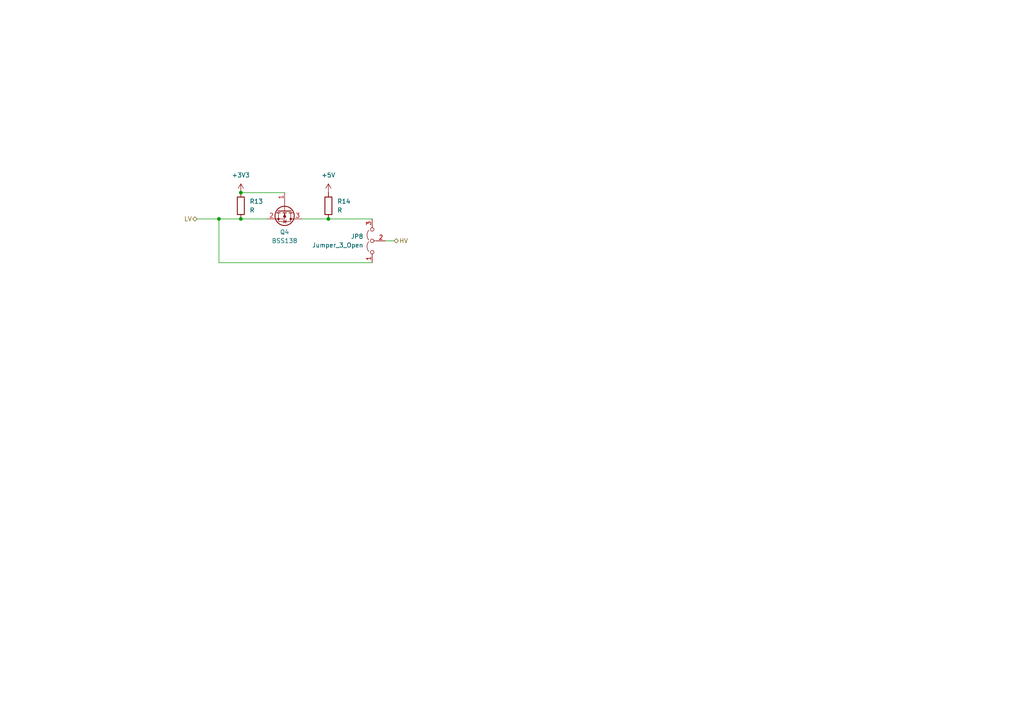
<source format=kicad_sch>
(kicad_sch (version 20231120) (generator "eeschema") (generator_version "8.0")
  (paper "A4")
  (lib_symbols
    (symbol "Device:R" (pin_numbers hide) (pin_names (offset 0))
      (property "Reference" "R" (at 2.032 0 90))
      (property "Value" "R" (at 0 0 90))
      (symbol "R_0_1"
        (rectangle (start -1.016 -2.54) (end 1.016 2.54) (stroke (width 0.254)))
      )
      (symbol "R_1_1"
        (pin passive line (at 0 3.81 270) (length 1.27) (name "~") (number "1"))
        (pin passive line (at 0 -3.81 90) (length 1.27) (name "~") (number "2"))
      )
    )
    (symbol "Jumper:Jumper_3_Open" (pin_names (offset 0) hide) (exclude_from_sim yes) (in_bom no)
      (property "Reference" "JP" (at -2.54 -2.54 0))
      (property "Value" "Jumper_3_Open" (at 0 2.794 0))
      (symbol "Jumper_3_Open_0_0"
        (circle (center -3.302 0) (radius 0.508))
        (circle (center 0 0) (radius 0.508))
        (circle (center 3.302 0) (radius 0.508))
      )
      (symbol "Jumper_3_Open_0_1"
        (arc (start -0.254 1.016) (mid -1.651 1.4992) (end -3.048 1.016))
        (polyline (pts (xy 0 -0.508) (xy 0 -1.27)))
        (arc (start 3.048 1.016) (mid 1.651 1.4992) (end 0.254 1.016))
      )
      (symbol "Jumper_3_Open_1_1"
        (pin passive line (at -6.35 0 0) (length 2.54) (name "A") (number "1"))
        (pin passive line (at 0 -3.81 90) (length 2.54) (name "C") (number "2"))
        (pin passive line (at 6.35 0 180) (length 2.54) (name "B") (number "3"))
      )
    )
    (symbol "Transistor_FET:BSS138" (pin_names hide)
      (property "Reference" "Q" (at 5.08 1.905 0))
      (property "Value" "BSS138" (at 5.08 0 0))
      (symbol "BSS138_0_1"
        (polyline (pts (xy 0.254 0) (xy -2.54 0)))
        (polyline (pts (xy 0.254 1.905) (xy 0.254 -1.905)) (stroke (width 0.254)))
        (polyline (pts (xy 0.762 -1.27) (xy 0.762 -2.286)) (stroke (width 0.254)))
        (polyline (pts (xy 0.762 0.508) (xy 0.762 -0.508)) (stroke (width 0.254)))
        (polyline (pts (xy 0.762 2.286) (xy 0.762 1.27)) (stroke (width 0.254)))
        (polyline (pts (xy 2.54 2.54) (xy 2.54 1.778)))
        (polyline (pts (xy 2.54 -2.54) (xy 2.54 0) (xy 0.762 0)))
        (polyline (pts (xy 0.762 -1.778) (xy 3.302 -1.778) (xy 3.302 1.778) (xy 0.762 1.778)))
        (polyline (pts (xy 1.016 0) (xy 2.032 0.381) (xy 2.032 -0.381) (xy 1.016 0)) (fill (type outline)))
        (polyline (pts (xy 2.794 0.508) (xy 2.921 0.381) (xy 3.683 0.381) (xy 3.81 0.254)))
        (polyline (pts (xy 3.302 0.381) (xy 2.921 -0.254) (xy 3.683 -0.254) (xy 3.302 0.381)))
        (circle (center 1.651 0) (radius 2.794) (stroke (width 0.254)))
        (circle (center 2.54 -1.778) (radius 0.254) (fill (type outline)))
        (circle (center 2.54 1.778) (radius 0.254) (fill (type outline)))
      )
      (symbol "BSS138_1_1"
        (pin input line (at -5.08 0 0) (length 2.54) (name "G") (number "1"))
        (pin passive line (at 2.54 -5.08 90) (length 2.54) (name "S") (number "2"))
        (pin passive line (at 2.54 5.08 270) (length 2.54) (name "D") (number "3"))
      )
    )
    (symbol "power:+3V3" (power) (pin_numbers hide) (pin_names (offset 0) hide)
      (property "Value" "+3V3" (at 0 3.556 0))
      (symbol "+3V3_0_1"
        (polyline (pts (xy -0.762 1.27) (xy 0 2.54)))
        (polyline (pts (xy 0 0) (xy 0 2.54)))
        (polyline (pts (xy 0 2.54) (xy 0.762 1.27)))
      )
      (symbol "+3V3_1_1"
        (pin power_in line (at 0 0 90) (length 0) (name "~") (number "1"))
      )
    )
    (symbol "power:+5V" (power) (pin_numbers hide) (pin_names (offset 0) hide)
      (property "Value" "+5V" (at 0 3.556 0))
      (symbol "+5V_0_1"
        (polyline (pts (xy -0.762 1.27) (xy 0 2.54)))
        (polyline (pts (xy 0 0) (xy 0 2.54)))
        (polyline (pts (xy 0 2.54) (xy 0.762 1.27)))
      )
      (symbol "+5V_1_1"
        (pin power_in line (at 0 0 90) (length 0) (name "~") (number "1"))
      )
    )
  )
  (junction (at 69.85 63.5))
  (junction (at 95.25 63.5))
  (junction (at 69.85 55.88))
  (junction (at 63.5 63.5))
  (wire (pts (xy 95.25 63.5) (xy 107.95 63.5)))
  (wire (pts (xy 107.95 76.2) (xy 63.5 76.2)))
  (wire (pts (xy 57.15 63.5) (xy 63.5 63.5)))
  (wire (pts (xy 69.85 63.5) (xy 77.47 63.5)))
  (wire (pts (xy 69.85 55.88) (xy 82.55 55.88)))
  (wire (pts (xy 114.3 69.85) (xy 111.76 69.85)))
  (wire (pts (xy 63.5 63.5) (xy 69.85 63.5)))
  (wire (pts (xy 87.63 63.5) (xy 95.25 63.5)))
  (wire (pts (xy 63.5 76.2) (xy 63.5 63.5)))
  (hierarchical_label "HV" (shape bidirectional) (at 114.3 69.85 0))
  (hierarchical_label "LV" (shape bidirectional) (at 57.15 63.5 180))
  (symbol (lib_id "Device:R") (at 95.25 59.69 0) (unit 1)
    (property "Reference" "R12" (at 97.79 58.4199 0) (effects (justify left)))
    (property "Value" "R" (at 97.79 60.9599 0) (effects (justify left)))
    (property "Description" "Resistor" (effects (hide yes)))
    (instances (project "pico-plc" (path "" (reference "R14") (unit 1)) (path "" (reference "R12") (unit 1)) (path "" (reference "R16") (unit 1))))
  )
  (symbol (lib_id "Device:R") (at 69.85 59.69 0) (unit 1)
    (property "Reference" "R11" (at 72.39 58.4199 0) (effects (justify left)))
    (property "Value" "R" (at 72.39 60.9599 0) (effects (justify left)))
    (property "Description" "Resistor" (effects (hide yes)))
    (instances (project "pico-plc" (path "" (reference "R13") (unit 1)) (path "" (reference "R11") (unit 1)) (path "" (reference "R15") (unit 1))))
  )
  (symbol (lib_id "power:+5V") (at 95.25 55.88 0) (unit 1)
    (property "Reference" "#PWR053" (effects (hide yes)))
    (property "Value" "+5V" (at 95.25 50.8 0))
    (property "Description" "Power symbol creates a global label with name \"+5V\"" (effects (hide yes)))
    (instances (project "pico-plc" (path "" (reference "#PWR055") (unit 1)) (path "" (reference "#PWR053") (unit 1)) (path "" (reference "#PWR057") (unit 1))))
  )
  (symbol (lib_id "Transistor_FET:BSS138") (at 82.55 60.96 270) (unit 1)
    (property "Reference" "Q3" (at 82.55 67.31 90))
    (property "Value" "BSS138" (at 82.55 69.85 90))
    (property "Footprint" "Package_TO_SOT_SMD:SOT-23" (effects (hide yes)))
    (property "Datasheet" "https://www.onsemi.com/pub/Collateral/BSS138-D.PDF" (effects (hide yes)))
    (property "Description" "50V Vds, 0.22A Id, N-Channel MOSFET, SOT-23" (effects (hide yes)))
    (instances (project "pico-plc" (path "" (reference "Q4") (unit 1)) (path "" (reference "Q3") (unit 1)) (path "" (reference "Q5") (unit 1))))
  )
  (symbol (lib_id "Jumper:Jumper_3_Open") (at 107.95 69.85 90) (unit 1) (exclude_from_sim yes) (in_bom no)
    (property "Reference" "JP7" (at 105.41 68.5799 90) (effects (justify left)))
    (property "Value" "Jumper_3_Open" (at 105.41 71.1199 90) (effects (justify left)))
    (property "Description" "Jumper, 3-pole, both open" (effects (hide yes)))
    (instances (project "pico-plc" (path "" (reference "JP8") (unit 1)) (path "" (reference "JP7") (unit 1)) (path "" (reference "JP9") (unit 1))))
  )
  (symbol (lib_id "power:+3V3") (at 69.85 55.88 0) (unit 1)
    (property "Reference" "#PWR052" (effects (hide yes)))
    (property "Value" "+3V3" (at 69.85 50.8 0))
    (property "Description" "Power symbol creates a global label with name \"+3V3\"" (effects (hide yes)))
    (instances (project "pico-plc" (path "" (reference "#PWR054") (unit 1)) (path "" (reference "#PWR052") (unit 1)) (path "" (reference "#PWR056") (unit 1))))
  )
)
</source>
